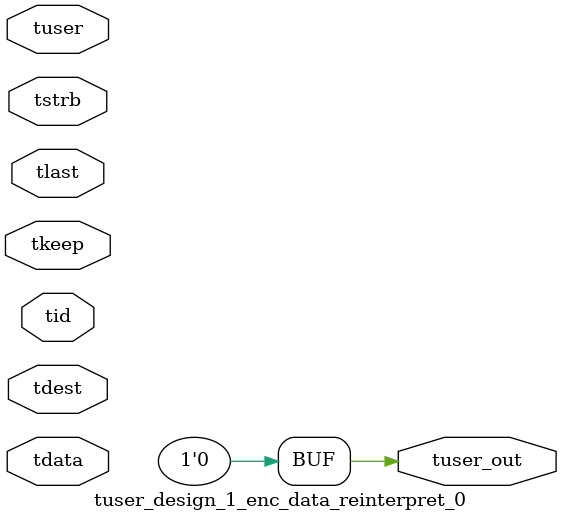
<source format=v>


`timescale 1ps/1ps

module tuser_design_1_enc_data_reinterpret_0 #
(
parameter C_S_AXIS_TUSER_WIDTH = 1,
parameter C_S_AXIS_TDATA_WIDTH = 32,
parameter C_S_AXIS_TID_WIDTH   = 0,
parameter C_S_AXIS_TDEST_WIDTH = 0,
parameter C_M_AXIS_TUSER_WIDTH = 1
)
(
input  [(C_S_AXIS_TUSER_WIDTH == 0 ? 1 : C_S_AXIS_TUSER_WIDTH)-1:0     ] tuser,
input  [(C_S_AXIS_TDATA_WIDTH == 0 ? 1 : C_S_AXIS_TDATA_WIDTH)-1:0     ] tdata,
input  [(C_S_AXIS_TID_WIDTH   == 0 ? 1 : C_S_AXIS_TID_WIDTH)-1:0       ] tid,
input  [(C_S_AXIS_TDEST_WIDTH == 0 ? 1 : C_S_AXIS_TDEST_WIDTH)-1:0     ] tdest,
input  [(C_S_AXIS_TDATA_WIDTH/8)-1:0 ] tkeep,
input  [(C_S_AXIS_TDATA_WIDTH/8)-1:0 ] tstrb,
input                                                                    tlast,
output [C_M_AXIS_TUSER_WIDTH-1:0] tuser_out
);

assign tuser_out = {1'b0};

endmodule


</source>
